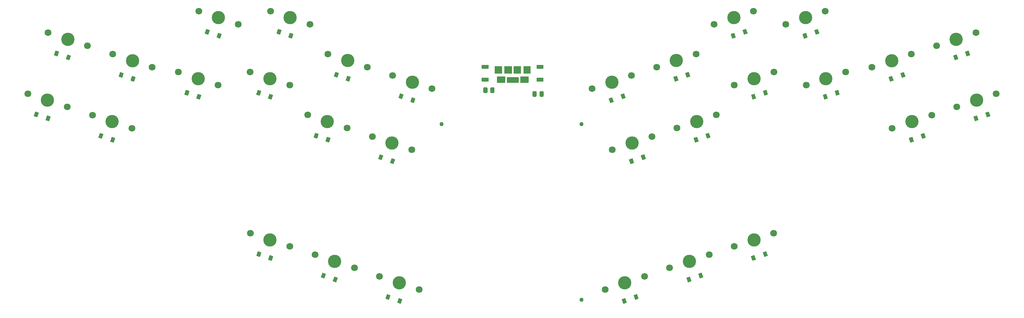
<source format=gbr>
G04 #@! TF.GenerationSoftware,KiCad,Pcbnew,5.1.8*
G04 #@! TF.CreationDate,2021-02-14T21:35:46-06:00*
G04 #@! TF.ProjectId,steno,7374656e-6f2e-46b6-9963-61645f706362,rev?*
G04 #@! TF.SameCoordinates,Original*
G04 #@! TF.FileFunction,Soldermask,Top*
G04 #@! TF.FilePolarity,Negative*
%FSLAX46Y46*%
G04 Gerber Fmt 4.6, Leading zero omitted, Abs format (unit mm)*
G04 Created by KiCad (PCBNEW 5.1.8) date 2021-02-14 21:35:46*
%MOMM*%
%LPD*%
G01*
G04 APERTURE LIST*
%ADD10C,1.102000*%
%ADD11C,1.802000*%
%ADD12C,3.502000*%
%ADD13C,0.100000*%
G04 APERTURE END LIST*
D10*
X165263069Y-130361962D03*
X165263069Y-83861962D03*
X128263069Y-83861962D03*
G36*
G01*
X138913069Y-71560962D02*
X140613069Y-71560962D01*
G75*
G02*
X140664069Y-71611962I0J-51000D01*
G01*
X140664069Y-72511962D01*
G75*
G02*
X140613069Y-72562962I-51000J0D01*
G01*
X138913069Y-72562962D01*
G75*
G02*
X138862069Y-72511962I0J51000D01*
G01*
X138862069Y-71611962D01*
G75*
G02*
X138913069Y-71560962I51000J0D01*
G01*
G37*
G36*
G01*
X138913069Y-68160962D02*
X140613069Y-68160962D01*
G75*
G02*
X140664069Y-68211962I0J-51000D01*
G01*
X140664069Y-69111962D01*
G75*
G02*
X140613069Y-69162962I-51000J0D01*
G01*
X138913069Y-69162962D01*
G75*
G02*
X138862069Y-69111962I0J51000D01*
G01*
X138862069Y-68211962D01*
G75*
G02*
X138913069Y-68160962I51000J0D01*
G01*
G37*
G36*
G01*
X140414069Y-74385838D02*
X140414069Y-75338086D01*
G75*
G02*
X140139193Y-75612962I-274876J0D01*
G01*
X139561945Y-75612962D01*
G75*
G02*
X139287069Y-75338086I0J274876D01*
G01*
X139287069Y-74385838D01*
G75*
G02*
X139561945Y-74110962I274876J0D01*
G01*
X140139193Y-74110962D01*
G75*
G02*
X140414069Y-74385838I0J-274876D01*
G01*
G37*
G36*
G01*
X142239069Y-74385838D02*
X142239069Y-75338086D01*
G75*
G02*
X141964193Y-75612962I-274876J0D01*
G01*
X141386945Y-75612962D01*
G75*
G02*
X141112069Y-75338086I0J274876D01*
G01*
X141112069Y-74385838D01*
G75*
G02*
X141386945Y-74110962I274876J0D01*
G01*
X141964193Y-74110962D01*
G75*
G02*
X142239069Y-74385838I0J-274876D01*
G01*
G37*
G36*
G01*
X153413069Y-71560962D02*
X155113069Y-71560962D01*
G75*
G02*
X155164069Y-71611962I0J-51000D01*
G01*
X155164069Y-72511962D01*
G75*
G02*
X155113069Y-72562962I-51000J0D01*
G01*
X153413069Y-72562962D01*
G75*
G02*
X153362069Y-72511962I0J51000D01*
G01*
X153362069Y-71611962D01*
G75*
G02*
X153413069Y-71560962I51000J0D01*
G01*
G37*
G36*
G01*
X153413069Y-68160962D02*
X155113069Y-68160962D01*
G75*
G02*
X155164069Y-68211962I0J-51000D01*
G01*
X155164069Y-69111962D01*
G75*
G02*
X155113069Y-69162962I-51000J0D01*
G01*
X153413069Y-69162962D01*
G75*
G02*
X153362069Y-69111962I0J51000D01*
G01*
X153362069Y-68211962D01*
G75*
G02*
X153413069Y-68160962I51000J0D01*
G01*
G37*
D11*
X83016980Y-53928720D03*
X93454616Y-57400860D03*
D12*
X88235798Y-55664790D03*
G36*
G01*
X147306641Y-71495620D02*
X147306641Y-72845620D01*
G75*
G02*
X147255641Y-72896620I-51000J0D01*
G01*
X146855641Y-72896620D01*
G75*
G02*
X146804641Y-72845620I0J51000D01*
G01*
X146804641Y-71495620D01*
G75*
G02*
X146855641Y-71444620I51000J0D01*
G01*
X147255641Y-71444620D01*
G75*
G02*
X147306641Y-71495620I0J-51000D01*
G01*
G37*
G36*
G01*
X147956641Y-71495620D02*
X147956641Y-72845620D01*
G75*
G02*
X147905641Y-72896620I-51000J0D01*
G01*
X147505641Y-72896620D01*
G75*
G02*
X147454641Y-72845620I0J51000D01*
G01*
X147454641Y-71495620D01*
G75*
G02*
X147505641Y-71444620I51000J0D01*
G01*
X147905641Y-71444620D01*
G75*
G02*
X147956641Y-71495620I0J-51000D01*
G01*
G37*
G36*
G01*
X146656641Y-71495620D02*
X146656641Y-72845620D01*
G75*
G02*
X146605641Y-72896620I-51000J0D01*
G01*
X146205641Y-72896620D01*
G75*
G02*
X146154641Y-72845620I0J51000D01*
G01*
X146154641Y-71495620D01*
G75*
G02*
X146205641Y-71444620I51000J0D01*
G01*
X146605641Y-71444620D01*
G75*
G02*
X146656641Y-71495620I0J-51000D01*
G01*
G37*
G36*
G01*
X148606641Y-71495620D02*
X148606641Y-72845620D01*
G75*
G02*
X148555641Y-72896620I-51000J0D01*
G01*
X148155641Y-72896620D01*
G75*
G02*
X148104641Y-72845620I0J51000D01*
G01*
X148104641Y-71495620D01*
G75*
G02*
X148155641Y-71444620I51000J0D01*
G01*
X148555641Y-71444620D01*
G75*
G02*
X148606641Y-71495620I0J-51000D01*
G01*
G37*
G36*
G01*
X146006641Y-71495620D02*
X146006641Y-72845620D01*
G75*
G02*
X145955641Y-72896620I-51000J0D01*
G01*
X145555641Y-72896620D01*
G75*
G02*
X145504641Y-72845620I0J51000D01*
G01*
X145504641Y-71495620D01*
G75*
G02*
X145555641Y-71444620I51000J0D01*
G01*
X145955641Y-71444620D01*
G75*
G02*
X146006641Y-71495620I0J-51000D01*
G01*
G37*
G36*
G01*
X151256641Y-71245620D02*
X151256641Y-72845620D01*
G75*
G02*
X151205641Y-72896620I-51000J0D01*
G01*
X149105641Y-72896620D01*
G75*
G02*
X149054641Y-72845620I0J51000D01*
G01*
X149054641Y-71245620D01*
G75*
G02*
X149105641Y-71194620I51000J0D01*
G01*
X151205641Y-71194620D01*
G75*
G02*
X151256641Y-71245620I0J-51000D01*
G01*
G37*
G36*
G01*
X145056641Y-71245620D02*
X145056641Y-72845620D01*
G75*
G02*
X145005641Y-72896620I-51000J0D01*
G01*
X142905641Y-72896620D01*
G75*
G02*
X142854641Y-72845620I0J51000D01*
G01*
X142854641Y-71245620D01*
G75*
G02*
X142905641Y-71194620I51000J0D01*
G01*
X145005641Y-71194620D01*
G75*
G02*
X145056641Y-71245620I0J-51000D01*
G01*
G37*
G36*
G01*
X151806641Y-68545620D02*
X151806641Y-70445620D01*
G75*
G02*
X151755641Y-70496620I-51000J0D01*
G01*
X149955641Y-70496620D01*
G75*
G02*
X149904641Y-70445620I0J51000D01*
G01*
X149904641Y-68545620D01*
G75*
G02*
X149955641Y-68494620I51000J0D01*
G01*
X151755641Y-68494620D01*
G75*
G02*
X151806641Y-68545620I0J-51000D01*
G01*
G37*
G36*
G01*
X144206641Y-68545620D02*
X144206641Y-70445620D01*
G75*
G02*
X144155641Y-70496620I-51000J0D01*
G01*
X142355641Y-70496620D01*
G75*
G02*
X142304641Y-70445620I0J51000D01*
G01*
X142304641Y-68545620D01*
G75*
G02*
X142355641Y-68494620I51000J0D01*
G01*
X144155641Y-68494620D01*
G75*
G02*
X144206641Y-68545620I0J-51000D01*
G01*
G37*
G36*
G01*
X149256641Y-68545620D02*
X149256641Y-70445620D01*
G75*
G02*
X149205641Y-70496620I-51000J0D01*
G01*
X147305641Y-70496620D01*
G75*
G02*
X147254641Y-70445620I0J51000D01*
G01*
X147254641Y-68545620D01*
G75*
G02*
X147305641Y-68494620I51000J0D01*
G01*
X149205641Y-68494620D01*
G75*
G02*
X149256641Y-68545620I0J-51000D01*
G01*
G37*
G36*
G01*
X146856641Y-68545620D02*
X146856641Y-70445620D01*
G75*
G02*
X146805641Y-70496620I-51000J0D01*
G01*
X144905641Y-70496620D01*
G75*
G02*
X144854641Y-70445620I0J51000D01*
G01*
X144854641Y-68545620D01*
G75*
G02*
X144905641Y-68494620I51000J0D01*
G01*
X146805641Y-68494620D01*
G75*
G02*
X146856641Y-68545620I0J-51000D01*
G01*
G37*
D11*
X185116851Y-68776020D03*
X195554487Y-65303880D03*
D12*
X190335669Y-67039950D03*
D11*
X171483183Y-127586082D03*
X181920819Y-124113942D03*
D12*
X176702001Y-125850012D03*
D11*
X247403875Y-84941641D03*
X257841511Y-81469501D03*
D12*
X252622693Y-83205571D03*
D11*
X242037842Y-68810744D03*
X252475478Y-65338604D03*
D12*
X247256660Y-67074674D03*
D11*
X173403119Y-90588597D03*
X183840755Y-87116457D03*
D12*
X178621937Y-88852527D03*
D11*
X188562951Y-121904402D03*
X199000587Y-118432262D03*
D12*
X193781769Y-120168332D03*
D11*
X190482888Y-84906916D03*
X200920524Y-81434776D03*
D12*
X195701706Y-83170846D03*
D11*
X264483642Y-79259955D03*
X274921278Y-75787815D03*
D12*
X269702460Y-77523885D03*
D11*
X259117609Y-63129060D03*
X269555245Y-59656920D03*
D12*
X264336427Y-61392990D03*
D11*
X205642723Y-116222719D03*
X216080359Y-112750579D03*
D12*
X210861541Y-114486649D03*
D11*
X224642421Y-73543550D03*
X235080057Y-70071410D03*
D12*
X229861239Y-71807480D03*
D11*
X205668758Y-73531976D03*
X216106394Y-70059836D03*
D12*
X210887576Y-71795906D03*
D11*
X219276390Y-57412655D03*
X229714026Y-53940515D03*
D12*
X224495208Y-55676585D03*
D11*
X200302729Y-57401082D03*
X210740365Y-53928942D03*
D12*
X205521547Y-55665012D03*
D11*
X168037086Y-74457705D03*
X178474722Y-70985565D03*
D12*
X173255904Y-72721635D03*
D11*
X24202105Y-59656697D03*
X34639741Y-63128837D03*
D12*
X29420923Y-61392767D03*
D11*
X18835992Y-75787566D03*
X29273628Y-79259706D03*
D12*
X24054810Y-77523636D03*
D11*
X111840565Y-124117161D03*
X122278201Y-127589301D03*
D12*
X117059383Y-125853231D03*
D11*
X94760802Y-118435476D03*
X105198438Y-121907616D03*
D12*
X99979620Y-120171546D03*
D11*
X77681032Y-112753790D03*
X88118668Y-116225930D03*
D12*
X82899850Y-114489860D03*
D11*
X109913507Y-87111714D03*
X120351143Y-90583854D03*
D12*
X115132325Y-88847784D03*
D11*
X92836823Y-81434550D03*
X103274459Y-84906690D03*
D12*
X98055641Y-83170620D03*
D11*
X77650951Y-70059612D03*
X88088587Y-73531752D03*
D12*
X82869769Y-71795682D03*
D11*
X58677288Y-70071183D03*
X69114924Y-73543323D03*
D12*
X63896106Y-71807253D03*
D11*
X35915839Y-81469272D03*
X46353475Y-84941412D03*
D12*
X41134657Y-83205342D03*
D11*
X115282627Y-70985339D03*
X125720263Y-74457479D03*
D12*
X120501445Y-72721409D03*
D11*
X98202857Y-65303658D03*
X108640493Y-68775798D03*
D12*
X103421675Y-67039728D03*
D11*
X64043317Y-53940293D03*
X74480953Y-57412433D03*
D12*
X69262135Y-55676363D03*
D11*
X41281868Y-65338382D03*
X51719504Y-68810522D03*
D12*
X46500686Y-67074452D03*
G36*
G01*
X153364069Y-75380212D02*
X153364069Y-76343712D01*
G75*
G02*
X153094819Y-76612962I-269250J0D01*
G01*
X152556319Y-76612962D01*
G75*
G02*
X152287069Y-76343712I0J269250D01*
G01*
X152287069Y-75380212D01*
G75*
G02*
X152556319Y-75110962I269250J0D01*
G01*
X153094819Y-75110962D01*
G75*
G02*
X153364069Y-75380212I0J-269250D01*
G01*
G37*
G36*
G01*
X155239069Y-75380212D02*
X155239069Y-76343712D01*
G75*
G02*
X154969819Y-76612962I-269250J0D01*
G01*
X154431319Y-76612962D01*
G75*
G02*
X154162069Y-76343712I0J269250D01*
G01*
X154162069Y-75380212D01*
G75*
G02*
X154431319Y-75110962I269250J0D01*
G01*
X154969819Y-75110962D01*
G75*
G02*
X155239069Y-75380212I0J-269250D01*
G01*
G37*
G36*
G01*
X178762706Y-92915825D02*
X179141485Y-94054477D01*
G75*
G02*
X179109190Y-94118968I-48393J-16098D01*
G01*
X178255201Y-94403052D01*
G75*
G02*
X178190710Y-94370757I-16098J48393D01*
G01*
X177811931Y-93232105D01*
G75*
G02*
X177844226Y-93167614I48393J16098D01*
G01*
X178698215Y-92883530D01*
G75*
G02*
X178762706Y-92915825I16098J-48393D01*
G01*
G37*
G36*
G01*
X181893996Y-91874183D02*
X182272775Y-93012835D01*
G75*
G02*
X182240480Y-93077326I-48393J-16098D01*
G01*
X181386491Y-93361410D01*
G75*
G02*
X181322000Y-93329115I-16098J48393D01*
G01*
X180943221Y-92190463D01*
G75*
G02*
X180975516Y-92125972I48393J16098D01*
G01*
X181829505Y-91841888D01*
G75*
G02*
X181893996Y-91874183I16098J-48393D01*
G01*
G37*
G36*
G01*
X195842477Y-87234143D02*
X196221256Y-88372795D01*
G75*
G02*
X196188961Y-88437286I-48393J-16098D01*
G01*
X195334972Y-88721370D01*
G75*
G02*
X195270481Y-88689075I-16098J48393D01*
G01*
X194891702Y-87550423D01*
G75*
G02*
X194923997Y-87485932I48393J16098D01*
G01*
X195777986Y-87201848D01*
G75*
G02*
X195842477Y-87234143I16098J-48393D01*
G01*
G37*
G36*
G01*
X198973767Y-86192501D02*
X199352546Y-87331153D01*
G75*
G02*
X199320251Y-87395644I-48393J-16098D01*
G01*
X198466262Y-87679728D01*
G75*
G02*
X198401771Y-87647433I-16098J48393D01*
G01*
X198022992Y-86508781D01*
G75*
G02*
X198055287Y-86444290I48393J16098D01*
G01*
X198909276Y-86160206D01*
G75*
G02*
X198973767Y-86192501I16098J-48393D01*
G01*
G37*
G36*
G01*
X211028350Y-75859206D02*
X211407129Y-76997858D01*
G75*
G02*
X211374834Y-77062349I-48393J-16098D01*
G01*
X210520845Y-77346433D01*
G75*
G02*
X210456354Y-77314138I-16098J48393D01*
G01*
X210077575Y-76175486D01*
G75*
G02*
X210109870Y-76110995I48393J16098D01*
G01*
X210963859Y-75826911D01*
G75*
G02*
X211028350Y-75859206I16098J-48393D01*
G01*
G37*
G36*
G01*
X214159640Y-74817564D02*
X214538419Y-75956216D01*
G75*
G02*
X214506124Y-76020707I-48393J-16098D01*
G01*
X213652135Y-76304791D01*
G75*
G02*
X213587644Y-76272496I-16098J48393D01*
G01*
X213208865Y-75133844D01*
G75*
G02*
X213241160Y-75069353I48393J16098D01*
G01*
X214095149Y-74785269D01*
G75*
G02*
X214159640Y-74817564I16098J-48393D01*
G01*
G37*
G36*
G01*
X230002012Y-75870777D02*
X230380791Y-77009429D01*
G75*
G02*
X230348496Y-77073920I-48393J-16098D01*
G01*
X229494507Y-77358004D01*
G75*
G02*
X229430016Y-77325709I-16098J48393D01*
G01*
X229051237Y-76187057D01*
G75*
G02*
X229083532Y-76122566I48393J16098D01*
G01*
X229937521Y-75838482D01*
G75*
G02*
X230002012Y-75870777I16098J-48393D01*
G01*
G37*
G36*
G01*
X233133302Y-74829135D02*
X233512081Y-75967787D01*
G75*
G02*
X233479786Y-76032278I-48393J-16098D01*
G01*
X232625797Y-76316362D01*
G75*
G02*
X232561306Y-76284067I-16098J48393D01*
G01*
X232182527Y-75145415D01*
G75*
G02*
X232214822Y-75080924I48393J16098D01*
G01*
X233068811Y-74796840D01*
G75*
G02*
X233133302Y-74829135I16098J-48393D01*
G01*
G37*
G36*
G01*
X252763463Y-87268865D02*
X253142242Y-88407517D01*
G75*
G02*
X253109947Y-88472008I-48393J-16098D01*
G01*
X252255958Y-88756092D01*
G75*
G02*
X252191467Y-88723797I-16098J48393D01*
G01*
X251812688Y-87585145D01*
G75*
G02*
X251844983Y-87520654I48393J16098D01*
G01*
X252698972Y-87236570D01*
G75*
G02*
X252763463Y-87268865I16098J-48393D01*
G01*
G37*
G36*
G01*
X255894753Y-86227223D02*
X256273532Y-87365875D01*
G75*
G02*
X256241237Y-87430366I-48393J-16098D01*
G01*
X255387248Y-87714450D01*
G75*
G02*
X255322757Y-87682155I-16098J48393D01*
G01*
X254943978Y-86543503D01*
G75*
G02*
X254976273Y-86479012I48393J16098D01*
G01*
X255830262Y-86194928D01*
G75*
G02*
X255894753Y-86227223I16098J-48393D01*
G01*
G37*
G36*
G01*
X269843229Y-81587183D02*
X270222008Y-82725835D01*
G75*
G02*
X270189713Y-82790326I-48393J-16098D01*
G01*
X269335724Y-83074410D01*
G75*
G02*
X269271233Y-83042115I-16098J48393D01*
G01*
X268892454Y-81903463D01*
G75*
G02*
X268924749Y-81838972I48393J16098D01*
G01*
X269778738Y-81554888D01*
G75*
G02*
X269843229Y-81587183I16098J-48393D01*
G01*
G37*
G36*
G01*
X272974519Y-80545541D02*
X273353298Y-81684193D01*
G75*
G02*
X273321003Y-81748684I-48393J-16098D01*
G01*
X272467014Y-82032768D01*
G75*
G02*
X272402523Y-82000473I-16098J48393D01*
G01*
X272023744Y-80861821D01*
G75*
G02*
X272056039Y-80797330I48393J16098D01*
G01*
X272910028Y-80513246D01*
G75*
G02*
X272974519Y-80545541I16098J-48393D01*
G01*
G37*
G36*
G01*
X173396673Y-76784933D02*
X173775452Y-77923585D01*
G75*
G02*
X173743157Y-77988076I-48393J-16098D01*
G01*
X172889168Y-78272160D01*
G75*
G02*
X172824677Y-78239865I-16098J48393D01*
G01*
X172445898Y-77101213D01*
G75*
G02*
X172478193Y-77036722I48393J16098D01*
G01*
X173332182Y-76752638D01*
G75*
G02*
X173396673Y-76784933I16098J-48393D01*
G01*
G37*
G36*
G01*
X176527963Y-75743291D02*
X176906742Y-76881943D01*
G75*
G02*
X176874447Y-76946434I-48393J-16098D01*
G01*
X176020458Y-77230518D01*
G75*
G02*
X175955967Y-77198223I-16098J48393D01*
G01*
X175577188Y-76059571D01*
G75*
G02*
X175609483Y-75995080I48393J16098D01*
G01*
X176463472Y-75710996D01*
G75*
G02*
X176527963Y-75743291I16098J-48393D01*
G01*
G37*
G36*
G01*
X190476443Y-71103249D02*
X190855222Y-72241901D01*
G75*
G02*
X190822927Y-72306392I-48393J-16098D01*
G01*
X189968938Y-72590476D01*
G75*
G02*
X189904447Y-72558181I-16098J48393D01*
G01*
X189525668Y-71419529D01*
G75*
G02*
X189557963Y-71355038I48393J16098D01*
G01*
X190411952Y-71070954D01*
G75*
G02*
X190476443Y-71103249I16098J-48393D01*
G01*
G37*
G36*
G01*
X193607733Y-70061607D02*
X193986512Y-71200259D01*
G75*
G02*
X193954217Y-71264750I-48393J-16098D01*
G01*
X193100228Y-71548834D01*
G75*
G02*
X193035737Y-71516539I-16098J48393D01*
G01*
X192656958Y-70377887D01*
G75*
G02*
X192689253Y-70313396I48393J16098D01*
G01*
X193543242Y-70029312D01*
G75*
G02*
X193607733Y-70061607I16098J-48393D01*
G01*
G37*
G36*
G01*
X205662317Y-59728314D02*
X206041096Y-60866966D01*
G75*
G02*
X206008801Y-60931457I-48393J-16098D01*
G01*
X205154812Y-61215541D01*
G75*
G02*
X205090321Y-61183246I-16098J48393D01*
G01*
X204711542Y-60044594D01*
G75*
G02*
X204743837Y-59980103I48393J16098D01*
G01*
X205597826Y-59696019D01*
G75*
G02*
X205662317Y-59728314I16098J-48393D01*
G01*
G37*
G36*
G01*
X208793607Y-58686672D02*
X209172386Y-59825324D01*
G75*
G02*
X209140091Y-59889815I-48393J-16098D01*
G01*
X208286102Y-60173899D01*
G75*
G02*
X208221611Y-60141604I-16098J48393D01*
G01*
X207842832Y-59002952D01*
G75*
G02*
X207875127Y-58938461I48393J16098D01*
G01*
X208729116Y-58654377D01*
G75*
G02*
X208793607Y-58686672I16098J-48393D01*
G01*
G37*
G36*
G01*
X224635978Y-59739887D02*
X225014757Y-60878539D01*
G75*
G02*
X224982462Y-60943030I-48393J-16098D01*
G01*
X224128473Y-61227114D01*
G75*
G02*
X224063982Y-61194819I-16098J48393D01*
G01*
X223685203Y-60056167D01*
G75*
G02*
X223717498Y-59991676I48393J16098D01*
G01*
X224571487Y-59707592D01*
G75*
G02*
X224635978Y-59739887I16098J-48393D01*
G01*
G37*
G36*
G01*
X227767268Y-58698245D02*
X228146047Y-59836897D01*
G75*
G02*
X228113752Y-59901388I-48393J-16098D01*
G01*
X227259763Y-60185472D01*
G75*
G02*
X227195272Y-60153177I-16098J48393D01*
G01*
X226816493Y-59014525D01*
G75*
G02*
X226848788Y-58950034I48393J16098D01*
G01*
X227702777Y-58665950D01*
G75*
G02*
X227767268Y-58698245I16098J-48393D01*
G01*
G37*
G36*
G01*
X247397430Y-71137972D02*
X247776209Y-72276624D01*
G75*
G02*
X247743914Y-72341115I-48393J-16098D01*
G01*
X246889925Y-72625199D01*
G75*
G02*
X246825434Y-72592904I-16098J48393D01*
G01*
X246446655Y-71454252D01*
G75*
G02*
X246478950Y-71389761I48393J16098D01*
G01*
X247332939Y-71105677D01*
G75*
G02*
X247397430Y-71137972I16098J-48393D01*
G01*
G37*
G36*
G01*
X250528720Y-70096330D02*
X250907499Y-71234982D01*
G75*
G02*
X250875204Y-71299473I-48393J-16098D01*
G01*
X250021215Y-71583557D01*
G75*
G02*
X249956724Y-71551262I-16098J48393D01*
G01*
X249577945Y-70412610D01*
G75*
G02*
X249610240Y-70348119I48393J16098D01*
G01*
X250464229Y-70064035D01*
G75*
G02*
X250528720Y-70096330I16098J-48393D01*
G01*
G37*
G36*
G01*
X264477200Y-65456290D02*
X264855979Y-66594942D01*
G75*
G02*
X264823684Y-66659433I-48393J-16098D01*
G01*
X263969695Y-66943517D01*
G75*
G02*
X263905204Y-66911222I-16098J48393D01*
G01*
X263526425Y-65772570D01*
G75*
G02*
X263558720Y-65708079I48393J16098D01*
G01*
X264412709Y-65423995D01*
G75*
G02*
X264477200Y-65456290I16098J-48393D01*
G01*
G37*
G36*
G01*
X267608490Y-64414648D02*
X267987269Y-65553300D01*
G75*
G02*
X267954974Y-65617791I-48393J-16098D01*
G01*
X267100985Y-65901875D01*
G75*
G02*
X267036494Y-65869580I-16098J48393D01*
G01*
X266657715Y-64730928D01*
G75*
G02*
X266690010Y-64666437I48393J16098D01*
G01*
X267543999Y-64382353D01*
G75*
G02*
X267608490Y-64414648I16098J-48393D01*
G01*
G37*
G36*
G01*
X176842772Y-129913312D02*
X177221551Y-131051964D01*
G75*
G02*
X177189256Y-131116455I-48393J-16098D01*
G01*
X176335267Y-131400539D01*
G75*
G02*
X176270776Y-131368244I-16098J48393D01*
G01*
X175891997Y-130229592D01*
G75*
G02*
X175924292Y-130165101I48393J16098D01*
G01*
X176778281Y-129881017D01*
G75*
G02*
X176842772Y-129913312I16098J-48393D01*
G01*
G37*
G36*
G01*
X179974062Y-128871670D02*
X180352841Y-130010322D01*
G75*
G02*
X180320546Y-130074813I-48393J-16098D01*
G01*
X179466557Y-130358897D01*
G75*
G02*
X179402066Y-130326602I-16098J48393D01*
G01*
X179023287Y-129187950D01*
G75*
G02*
X179055582Y-129123459I48393J16098D01*
G01*
X179909571Y-128839375D01*
G75*
G02*
X179974062Y-128871670I16098J-48393D01*
G01*
G37*
G36*
G01*
X193922541Y-124231627D02*
X194301320Y-125370279D01*
G75*
G02*
X194269025Y-125434770I-48393J-16098D01*
G01*
X193415036Y-125718854D01*
G75*
G02*
X193350545Y-125686559I-16098J48393D01*
G01*
X192971766Y-124547907D01*
G75*
G02*
X193004061Y-124483416I48393J16098D01*
G01*
X193858050Y-124199332D01*
G75*
G02*
X193922541Y-124231627I16098J-48393D01*
G01*
G37*
G36*
G01*
X197053831Y-123189985D02*
X197432610Y-124328637D01*
G75*
G02*
X197400315Y-124393128I-48393J-16098D01*
G01*
X196546326Y-124677212D01*
G75*
G02*
X196481835Y-124644917I-16098J48393D01*
G01*
X196103056Y-123506265D01*
G75*
G02*
X196135351Y-123441774I48393J16098D01*
G01*
X196989340Y-123157690D01*
G75*
G02*
X197053831Y-123189985I16098J-48393D01*
G01*
G37*
G36*
G01*
X211002309Y-118549947D02*
X211381088Y-119688599D01*
G75*
G02*
X211348793Y-119753090I-48393J-16098D01*
G01*
X210494804Y-120037174D01*
G75*
G02*
X210430313Y-120004879I-16098J48393D01*
G01*
X210051534Y-118866227D01*
G75*
G02*
X210083829Y-118801736I48393J16098D01*
G01*
X210937818Y-118517652D01*
G75*
G02*
X211002309Y-118549947I16098J-48393D01*
G01*
G37*
G36*
G01*
X214133599Y-117508305D02*
X214512378Y-118646957D01*
G75*
G02*
X214480083Y-118711448I-48393J-16098D01*
G01*
X213626094Y-118995532D01*
G75*
G02*
X213561603Y-118963237I-16098J48393D01*
G01*
X213182824Y-117824585D01*
G75*
G02*
X213215119Y-117760094I48393J16098D01*
G01*
X214069108Y-117476010D01*
G75*
G02*
X214133599Y-117508305I16098J-48393D01*
G01*
G37*
G36*
G01*
X114738095Y-129191167D02*
X114359316Y-130329819D01*
G75*
G02*
X114294825Y-130362114I-48393J16098D01*
G01*
X113440836Y-130078030D01*
G75*
G02*
X113408541Y-130013539I16098J48393D01*
G01*
X113787320Y-128874887D01*
G75*
G02*
X113851811Y-128842592I48393J-16098D01*
G01*
X114705800Y-129126676D01*
G75*
G02*
X114738095Y-129191167I-16098J-48393D01*
G01*
G37*
G36*
G01*
X117869385Y-130232809D02*
X117490606Y-131371461D01*
G75*
G02*
X117426115Y-131403756I-48393J16098D01*
G01*
X116572126Y-131119672D01*
G75*
G02*
X116539831Y-131055181I16098J48393D01*
G01*
X116918610Y-129916529D01*
G75*
G02*
X116983101Y-129884234I48393J-16098D01*
G01*
X117837090Y-130168318D01*
G75*
G02*
X117869385Y-130232809I-16098J-48393D01*
G01*
G37*
G36*
G01*
X97658326Y-123509484D02*
X97279547Y-124648136D01*
G75*
G02*
X97215056Y-124680431I-48393J16098D01*
G01*
X96361067Y-124396347D01*
G75*
G02*
X96328772Y-124331856I16098J48393D01*
G01*
X96707551Y-123193204D01*
G75*
G02*
X96772042Y-123160909I48393J-16098D01*
G01*
X97626031Y-123444993D01*
G75*
G02*
X97658326Y-123509484I-16098J-48393D01*
G01*
G37*
G36*
G01*
X100789616Y-124551126D02*
X100410837Y-125689778D01*
G75*
G02*
X100346346Y-125722073I-48393J16098D01*
G01*
X99492357Y-125437989D01*
G75*
G02*
X99460062Y-125373498I16098J48393D01*
G01*
X99838841Y-124234846D01*
G75*
G02*
X99903332Y-124202551I48393J-16098D01*
G01*
X100757321Y-124486635D01*
G75*
G02*
X100789616Y-124551126I-16098J-48393D01*
G01*
G37*
G36*
G01*
X80578558Y-117827803D02*
X80199779Y-118966455D01*
G75*
G02*
X80135288Y-118998750I-48393J16098D01*
G01*
X79281299Y-118714666D01*
G75*
G02*
X79249004Y-118650175I16098J48393D01*
G01*
X79627783Y-117511523D01*
G75*
G02*
X79692274Y-117479228I48393J-16098D01*
G01*
X80546263Y-117763312D01*
G75*
G02*
X80578558Y-117827803I-16098J-48393D01*
G01*
G37*
G36*
G01*
X83709848Y-118869445D02*
X83331069Y-120008097D01*
G75*
G02*
X83266578Y-120040392I-48393J16098D01*
G01*
X82412589Y-119756308D01*
G75*
G02*
X82380294Y-119691817I16098J48393D01*
G01*
X82759073Y-118553165D01*
G75*
G02*
X82823564Y-118520870I48393J-16098D01*
G01*
X83677553Y-118804954D01*
G75*
G02*
X83709848Y-118869445I-16098J-48393D01*
G01*
G37*
G36*
G01*
X112818160Y-92193682D02*
X112439381Y-93332334D01*
G75*
G02*
X112374890Y-93364629I-48393J16098D01*
G01*
X111520901Y-93080545D01*
G75*
G02*
X111488606Y-93016054I16098J48393D01*
G01*
X111867385Y-91877402D01*
G75*
G02*
X111931876Y-91845107I48393J-16098D01*
G01*
X112785865Y-92129191D01*
G75*
G02*
X112818160Y-92193682I-16098J-48393D01*
G01*
G37*
G36*
G01*
X115949450Y-93235324D02*
X115570671Y-94373976D01*
G75*
G02*
X115506180Y-94406271I-48393J16098D01*
G01*
X114652191Y-94122187D01*
G75*
G02*
X114619896Y-94057696I16098J48393D01*
G01*
X114998675Y-92919044D01*
G75*
G02*
X115063166Y-92886749I48393J-16098D01*
G01*
X115917155Y-93170833D01*
G75*
G02*
X115949450Y-93235324I-16098J-48393D01*
G01*
G37*
G36*
G01*
X95738394Y-86512000D02*
X95359615Y-87650652D01*
G75*
G02*
X95295124Y-87682947I-48393J16098D01*
G01*
X94441135Y-87398863D01*
G75*
G02*
X94408840Y-87334372I16098J48393D01*
G01*
X94787619Y-86195720D01*
G75*
G02*
X94852110Y-86163425I48393J-16098D01*
G01*
X95706099Y-86447509D01*
G75*
G02*
X95738394Y-86512000I-16098J-48393D01*
G01*
G37*
G36*
G01*
X98869684Y-87553642D02*
X98490905Y-88692294D01*
G75*
G02*
X98426414Y-88724589I-48393J16098D01*
G01*
X97572425Y-88440505D01*
G75*
G02*
X97540130Y-88376014I16098J48393D01*
G01*
X97918909Y-87237362D01*
G75*
G02*
X97983400Y-87205067I48393J-16098D01*
G01*
X98837389Y-87489151D01*
G75*
G02*
X98869684Y-87553642I-16098J-48393D01*
G01*
G37*
G36*
G01*
X80552519Y-75137061D02*
X80173740Y-76275713D01*
G75*
G02*
X80109249Y-76308008I-48393J16098D01*
G01*
X79255260Y-76023924D01*
G75*
G02*
X79222965Y-75959433I16098J48393D01*
G01*
X79601744Y-74820781D01*
G75*
G02*
X79666235Y-74788486I48393J-16098D01*
G01*
X80520224Y-75072570D01*
G75*
G02*
X80552519Y-75137061I-16098J-48393D01*
G01*
G37*
G36*
G01*
X83683809Y-76178703D02*
X83305030Y-77317355D01*
G75*
G02*
X83240539Y-77349650I-48393J16098D01*
G01*
X82386550Y-77065566D01*
G75*
G02*
X82354255Y-77001075I16098J48393D01*
G01*
X82733034Y-75862423D01*
G75*
G02*
X82797525Y-75830128I48393J-16098D01*
G01*
X83651514Y-76114212D01*
G75*
G02*
X83683809Y-76178703I-16098J-48393D01*
G01*
G37*
G36*
G01*
X61578855Y-75148635D02*
X61200076Y-76287287D01*
G75*
G02*
X61135585Y-76319582I-48393J16098D01*
G01*
X60281596Y-76035498D01*
G75*
G02*
X60249301Y-75971007I16098J48393D01*
G01*
X60628080Y-74832355D01*
G75*
G02*
X60692571Y-74800060I48393J-16098D01*
G01*
X61546560Y-75084144D01*
G75*
G02*
X61578855Y-75148635I-16098J-48393D01*
G01*
G37*
G36*
G01*
X64710145Y-76190277D02*
X64331366Y-77328929D01*
G75*
G02*
X64266875Y-77361224I-48393J16098D01*
G01*
X63412886Y-77077140D01*
G75*
G02*
X63380591Y-77012649I16098J48393D01*
G01*
X63759370Y-75873997D01*
G75*
G02*
X63823861Y-75841702I48393J-16098D01*
G01*
X64677850Y-76125786D01*
G75*
G02*
X64710145Y-76190277I-16098J-48393D01*
G01*
G37*
G36*
G01*
X38817404Y-86546718D02*
X38438625Y-87685370D01*
G75*
G02*
X38374134Y-87717665I-48393J16098D01*
G01*
X37520145Y-87433581D01*
G75*
G02*
X37487850Y-87369090I16098J48393D01*
G01*
X37866629Y-86230438D01*
G75*
G02*
X37931120Y-86198143I48393J-16098D01*
G01*
X38785109Y-86482227D01*
G75*
G02*
X38817404Y-86546718I-16098J-48393D01*
G01*
G37*
G36*
G01*
X41948694Y-87588360D02*
X41569915Y-88727012D01*
G75*
G02*
X41505424Y-88759307I-48393J16098D01*
G01*
X40651435Y-88475223D01*
G75*
G02*
X40619140Y-88410732I16098J48393D01*
G01*
X40997919Y-87272080D01*
G75*
G02*
X41062410Y-87239785I48393J-16098D01*
G01*
X41916399Y-87523869D01*
G75*
G02*
X41948694Y-87588360I-16098J-48393D01*
G01*
G37*
G36*
G01*
X21737636Y-80865037D02*
X21358857Y-82003689D01*
G75*
G02*
X21294366Y-82035984I-48393J16098D01*
G01*
X20440377Y-81751900D01*
G75*
G02*
X20408082Y-81687409I16098J48393D01*
G01*
X20786861Y-80548757D01*
G75*
G02*
X20851352Y-80516462I48393J-16098D01*
G01*
X21705341Y-80800546D01*
G75*
G02*
X21737636Y-80865037I-16098J-48393D01*
G01*
G37*
G36*
G01*
X24868926Y-81906679D02*
X24490147Y-83045331D01*
G75*
G02*
X24425656Y-83077626I-48393J16098D01*
G01*
X23571667Y-82793542D01*
G75*
G02*
X23539372Y-82729051I16098J48393D01*
G01*
X23918151Y-81590399D01*
G75*
G02*
X23982642Y-81558104I48393J-16098D01*
G01*
X24836631Y-81842188D01*
G75*
G02*
X24868926Y-81906679I-16098J-48393D01*
G01*
G37*
G36*
G01*
X118184195Y-76062790D02*
X117805416Y-77201442D01*
G75*
G02*
X117740925Y-77233737I-48393J16098D01*
G01*
X116886936Y-76949653D01*
G75*
G02*
X116854641Y-76885162I16098J48393D01*
G01*
X117233420Y-75746510D01*
G75*
G02*
X117297911Y-75714215I48393J-16098D01*
G01*
X118151900Y-75998299D01*
G75*
G02*
X118184195Y-76062790I-16098J-48393D01*
G01*
G37*
G36*
G01*
X121315485Y-77104432D02*
X120936706Y-78243084D01*
G75*
G02*
X120872215Y-78275379I-48393J16098D01*
G01*
X120018226Y-77991295D01*
G75*
G02*
X119985931Y-77926804I16098J48393D01*
G01*
X120364710Y-76788152D01*
G75*
G02*
X120429201Y-76755857I48393J-16098D01*
G01*
X121283190Y-77039941D01*
G75*
G02*
X121315485Y-77104432I-16098J-48393D01*
G01*
G37*
G36*
G01*
X101104426Y-70381108D02*
X100725647Y-71519760D01*
G75*
G02*
X100661156Y-71552055I-48393J16098D01*
G01*
X99807167Y-71267971D01*
G75*
G02*
X99774872Y-71203480I16098J48393D01*
G01*
X100153651Y-70064828D01*
G75*
G02*
X100218142Y-70032533I48393J-16098D01*
G01*
X101072131Y-70316617D01*
G75*
G02*
X101104426Y-70381108I-16098J-48393D01*
G01*
G37*
G36*
G01*
X104235716Y-71422750D02*
X103856937Y-72561402D01*
G75*
G02*
X103792446Y-72593697I-48393J16098D01*
G01*
X102938457Y-72309613D01*
G75*
G02*
X102906162Y-72245122I16098J48393D01*
G01*
X103284941Y-71106470D01*
G75*
G02*
X103349432Y-71074175I48393J-16098D01*
G01*
X104203421Y-71358259D01*
G75*
G02*
X104235716Y-71422750I-16098J-48393D01*
G01*
G37*
G36*
G01*
X85918553Y-59006168D02*
X85539774Y-60144820D01*
G75*
G02*
X85475283Y-60177115I-48393J16098D01*
G01*
X84621294Y-59893031D01*
G75*
G02*
X84588999Y-59828540I16098J48393D01*
G01*
X84967778Y-58689888D01*
G75*
G02*
X85032269Y-58657593I48393J-16098D01*
G01*
X85886258Y-58941677D01*
G75*
G02*
X85918553Y-59006168I-16098J-48393D01*
G01*
G37*
G36*
G01*
X89049843Y-60047810D02*
X88671064Y-61186462D01*
G75*
G02*
X88606573Y-61218757I-48393J16098D01*
G01*
X87752584Y-60934673D01*
G75*
G02*
X87720289Y-60870182I16098J48393D01*
G01*
X88099068Y-59731530D01*
G75*
G02*
X88163559Y-59699235I48393J-16098D01*
G01*
X89017548Y-59983319D01*
G75*
G02*
X89049843Y-60047810I-16098J-48393D01*
G01*
G37*
G36*
G01*
X66944889Y-59017742D02*
X66566110Y-60156394D01*
G75*
G02*
X66501619Y-60188689I-48393J16098D01*
G01*
X65647630Y-59904605D01*
G75*
G02*
X65615335Y-59840114I16098J48393D01*
G01*
X65994114Y-58701462D01*
G75*
G02*
X66058605Y-58669167I48393J-16098D01*
G01*
X66912594Y-58953251D01*
G75*
G02*
X66944889Y-59017742I-16098J-48393D01*
G01*
G37*
G36*
G01*
X70076179Y-60059384D02*
X69697400Y-61198036D01*
G75*
G02*
X69632909Y-61230331I-48393J16098D01*
G01*
X68778920Y-60946247D01*
G75*
G02*
X68746625Y-60881756I16098J48393D01*
G01*
X69125404Y-59743104D01*
G75*
G02*
X69189895Y-59710809I48393J-16098D01*
G01*
X70043884Y-59994893D01*
G75*
G02*
X70076179Y-60059384I-16098J-48393D01*
G01*
G37*
G36*
G01*
X44183439Y-70415828D02*
X43804660Y-71554480D01*
G75*
G02*
X43740169Y-71586775I-48393J16098D01*
G01*
X42886180Y-71302691D01*
G75*
G02*
X42853885Y-71238200I16098J48393D01*
G01*
X43232664Y-70099548D01*
G75*
G02*
X43297155Y-70067253I48393J-16098D01*
G01*
X44151144Y-70351337D01*
G75*
G02*
X44183439Y-70415828I-16098J-48393D01*
G01*
G37*
G36*
G01*
X47314729Y-71457470D02*
X46935950Y-72596122D01*
G75*
G02*
X46871459Y-72628417I-48393J16098D01*
G01*
X46017470Y-72344333D01*
G75*
G02*
X45985175Y-72279842I16098J48393D01*
G01*
X46363954Y-71141190D01*
G75*
G02*
X46428445Y-71108895I48393J-16098D01*
G01*
X47282434Y-71392979D01*
G75*
G02*
X47314729Y-71457470I-16098J-48393D01*
G01*
G37*
G36*
G01*
X27103671Y-64734145D02*
X26724892Y-65872797D01*
G75*
G02*
X26660401Y-65905092I-48393J16098D01*
G01*
X25806412Y-65621008D01*
G75*
G02*
X25774117Y-65556517I16098J48393D01*
G01*
X26152896Y-64417865D01*
G75*
G02*
X26217387Y-64385570I48393J-16098D01*
G01*
X27071376Y-64669654D01*
G75*
G02*
X27103671Y-64734145I-16098J-48393D01*
G01*
G37*
G36*
G01*
X30234961Y-65775787D02*
X29856182Y-66914439D01*
G75*
G02*
X29791691Y-66946734I-48393J16098D01*
G01*
X28937702Y-66662650D01*
G75*
G02*
X28905407Y-66598159I16098J48393D01*
G01*
X29284186Y-65459507D01*
G75*
G02*
X29348677Y-65427212I48393J-16098D01*
G01*
X30202666Y-65711296D01*
G75*
G02*
X30234961Y-65775787I-16098J-48393D01*
G01*
G37*
D13*
G36*
X148106373Y-71443620D02*
G01*
X148106641Y-71444620D01*
X148106641Y-72896620D01*
X148105641Y-72898352D01*
X148104641Y-72898620D01*
X147956641Y-72898620D01*
X147954909Y-72897620D01*
X147954641Y-72896620D01*
X147954641Y-71446620D01*
X147456641Y-71446620D01*
X147456641Y-72896620D01*
X147455641Y-72898352D01*
X147454641Y-72898620D01*
X147306641Y-72898620D01*
X147304909Y-72897620D01*
X147304641Y-72896620D01*
X147304641Y-71446620D01*
X146806641Y-71446620D01*
X146806641Y-72896620D01*
X146805641Y-72898352D01*
X146804641Y-72898620D01*
X146656641Y-72898620D01*
X146654909Y-72897620D01*
X146654641Y-72896620D01*
X146654641Y-71446620D01*
X146156641Y-71446620D01*
X146156641Y-72896620D01*
X146155641Y-72898352D01*
X146154641Y-72898620D01*
X146006641Y-72898620D01*
X146004909Y-72897620D01*
X146004641Y-72896620D01*
X146004641Y-71444620D01*
X146005641Y-71442888D01*
X146006641Y-71442620D01*
X148104641Y-71442620D01*
X148106373Y-71443620D01*
G37*
M02*

</source>
